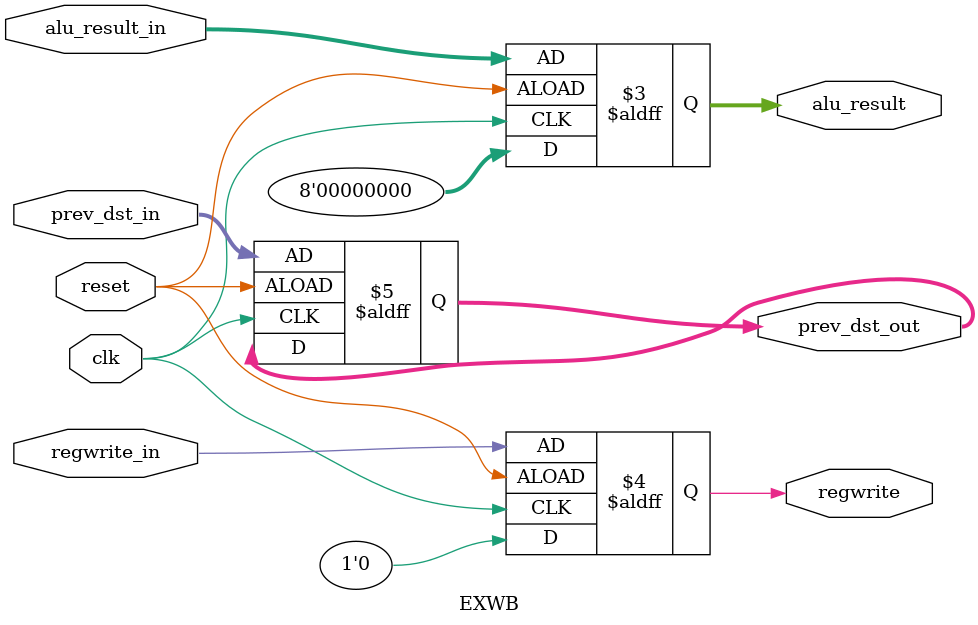
<source format=v>
`timescale 1ns / 1ps


module EXWB(
    input clk,
    input reset,
    input [7:0] alu_result_in,
    input regwrite_in,
    input [2:0] prev_dst_in,
    output reg [7:0] alu_result,
    output reg regwrite,
    output reg [2:0] prev_dst_out
    );
    
    always@ (posedge clk, posedge reset)
    begin
        if (reset == 0)
            {alu_result, regwrite} <= 0;
        else
        begin  
            alu_result <= alu_result_in;
            regwrite <= regwrite_in;
            prev_dst_out <= prev_dst_in;
        end
    end
endmodule

</source>
